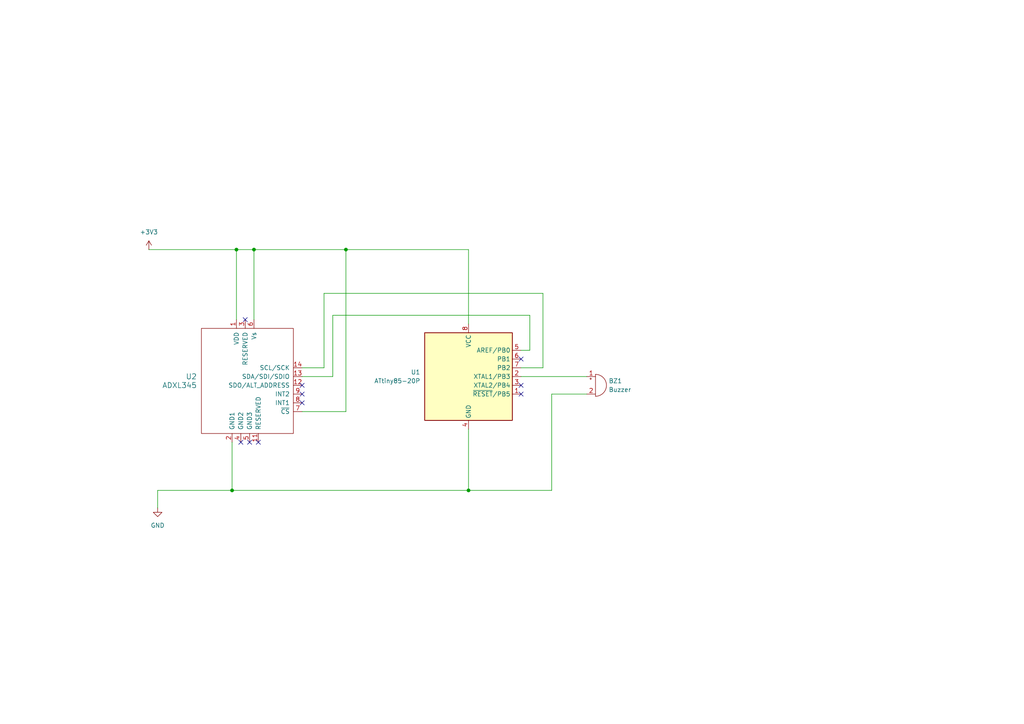
<source format=kicad_sch>
(kicad_sch
	(version 20231120)
	(generator "eeschema")
	(generator_version "8.0")
	(uuid "84a114ec-7b09-408d-a40d-b6e806fc3bb2")
	(paper "A4")
	(lib_symbols
		(symbol "Device:Buzzer"
			(pin_names
				(offset 0.0254) hide)
			(exclude_from_sim no)
			(in_bom yes)
			(on_board yes)
			(property "Reference" "BZ"
				(at 3.81 1.27 0)
				(effects
					(font
						(size 1.27 1.27)
					)
					(justify left)
				)
			)
			(property "Value" "Buzzer"
				(at 3.81 -1.27 0)
				(effects
					(font
						(size 1.27 1.27)
					)
					(justify left)
				)
			)
			(property "Footprint" ""
				(at -0.635 2.54 90)
				(effects
					(font
						(size 1.27 1.27)
					)
					(hide yes)
				)
			)
			(property "Datasheet" "~"
				(at -0.635 2.54 90)
				(effects
					(font
						(size 1.27 1.27)
					)
					(hide yes)
				)
			)
			(property "Description" "Buzzer, polarized"
				(at 0 0 0)
				(effects
					(font
						(size 1.27 1.27)
					)
					(hide yes)
				)
			)
			(property "ki_keywords" "quartz resonator ceramic"
				(at 0 0 0)
				(effects
					(font
						(size 1.27 1.27)
					)
					(hide yes)
				)
			)
			(property "ki_fp_filters" "*Buzzer*"
				(at 0 0 0)
				(effects
					(font
						(size 1.27 1.27)
					)
					(hide yes)
				)
			)
			(symbol "Buzzer_0_1"
				(arc
					(start 0 -3.175)
					(mid 3.1612 0)
					(end 0 3.175)
					(stroke
						(width 0)
						(type default)
					)
					(fill
						(type none)
					)
				)
				(polyline
					(pts
						(xy -1.651 1.905) (xy -1.143 1.905)
					)
					(stroke
						(width 0)
						(type default)
					)
					(fill
						(type none)
					)
				)
				(polyline
					(pts
						(xy -1.397 2.159) (xy -1.397 1.651)
					)
					(stroke
						(width 0)
						(type default)
					)
					(fill
						(type none)
					)
				)
				(polyline
					(pts
						(xy 0 3.175) (xy 0 -3.175)
					)
					(stroke
						(width 0)
						(type default)
					)
					(fill
						(type none)
					)
				)
			)
			(symbol "Buzzer_1_1"
				(pin passive line
					(at -2.54 2.54 0)
					(length 2.54)
					(name "+"
						(effects
							(font
								(size 1.27 1.27)
							)
						)
					)
					(number "1"
						(effects
							(font
								(size 1.27 1.27)
							)
						)
					)
				)
				(pin passive line
					(at -2.54 -2.54 0)
					(length 2.54)
					(name "-"
						(effects
							(font
								(size 1.27 1.27)
							)
						)
					)
					(number "2"
						(effects
							(font
								(size 1.27 1.27)
							)
						)
					)
				)
			)
		)
		(symbol "MCU_Microchip_ATtiny:ATtiny85-20P"
			(exclude_from_sim no)
			(in_bom yes)
			(on_board yes)
			(property "Reference" "U"
				(at -12.7 13.97 0)
				(effects
					(font
						(size 1.27 1.27)
					)
					(justify left bottom)
				)
			)
			(property "Value" "ATtiny85-20P"
				(at 2.54 -13.97 0)
				(effects
					(font
						(size 1.27 1.27)
					)
					(justify left top)
				)
			)
			(property "Footprint" "Package_DIP:DIP-8_W7.62mm"
				(at 0 0 0)
				(effects
					(font
						(size 1.27 1.27)
						(italic yes)
					)
					(hide yes)
				)
			)
			(property "Datasheet" "http://ww1.microchip.com/downloads/en/DeviceDoc/atmel-2586-avr-8-bit-microcontroller-attiny25-attiny45-attiny85_datasheet.pdf"
				(at 0 0 0)
				(effects
					(font
						(size 1.27 1.27)
					)
					(hide yes)
				)
			)
			(property "Description" "20MHz, 8kB Flash, 512B SRAM, 512B EEPROM, debugWIRE, DIP-8"
				(at 0 0 0)
				(effects
					(font
						(size 1.27 1.27)
					)
					(hide yes)
				)
			)
			(property "ki_keywords" "AVR 8bit Microcontroller tinyAVR"
				(at 0 0 0)
				(effects
					(font
						(size 1.27 1.27)
					)
					(hide yes)
				)
			)
			(property "ki_fp_filters" "DIP*W7.62mm*"
				(at 0 0 0)
				(effects
					(font
						(size 1.27 1.27)
					)
					(hide yes)
				)
			)
			(symbol "ATtiny85-20P_0_1"
				(rectangle
					(start -12.7 -12.7)
					(end 12.7 12.7)
					(stroke
						(width 0.254)
						(type default)
					)
					(fill
						(type background)
					)
				)
			)
			(symbol "ATtiny85-20P_1_1"
				(pin bidirectional line
					(at 15.24 -5.08 180)
					(length 2.54)
					(name "~{RESET}/PB5"
						(effects
							(font
								(size 1.27 1.27)
							)
						)
					)
					(number "1"
						(effects
							(font
								(size 1.27 1.27)
							)
						)
					)
				)
				(pin bidirectional line
					(at 15.24 0 180)
					(length 2.54)
					(name "XTAL1/PB3"
						(effects
							(font
								(size 1.27 1.27)
							)
						)
					)
					(number "2"
						(effects
							(font
								(size 1.27 1.27)
							)
						)
					)
				)
				(pin bidirectional line
					(at 15.24 -2.54 180)
					(length 2.54)
					(name "XTAL2/PB4"
						(effects
							(font
								(size 1.27 1.27)
							)
						)
					)
					(number "3"
						(effects
							(font
								(size 1.27 1.27)
							)
						)
					)
				)
				(pin power_in line
					(at 0 -15.24 90)
					(length 2.54)
					(name "GND"
						(effects
							(font
								(size 1.27 1.27)
							)
						)
					)
					(number "4"
						(effects
							(font
								(size 1.27 1.27)
							)
						)
					)
				)
				(pin bidirectional line
					(at 15.24 7.62 180)
					(length 2.54)
					(name "AREF/PB0"
						(effects
							(font
								(size 1.27 1.27)
							)
						)
					)
					(number "5"
						(effects
							(font
								(size 1.27 1.27)
							)
						)
					)
				)
				(pin bidirectional line
					(at 15.24 5.08 180)
					(length 2.54)
					(name "PB1"
						(effects
							(font
								(size 1.27 1.27)
							)
						)
					)
					(number "6"
						(effects
							(font
								(size 1.27 1.27)
							)
						)
					)
				)
				(pin bidirectional line
					(at 15.24 2.54 180)
					(length 2.54)
					(name "PB2"
						(effects
							(font
								(size 1.27 1.27)
							)
						)
					)
					(number "7"
						(effects
							(font
								(size 1.27 1.27)
							)
						)
					)
				)
				(pin power_in line
					(at 0 15.24 270)
					(length 2.54)
					(name "VCC"
						(effects
							(font
								(size 1.27 1.27)
							)
						)
					)
					(number "8"
						(effects
							(font
								(size 1.27 1.27)
							)
						)
					)
				)
			)
		)
		(symbol "Sensors:ADXL345"
			(pin_names
				(offset 1.016)
			)
			(exclude_from_sim no)
			(in_bom yes)
			(on_board yes)
			(property "Reference" "U"
				(at 10.16 19.05 0)
				(effects
					(font
						(size 1.524 1.524)
					)
				)
			)
			(property "Value" "ADXL345"
				(at -11.43 -13.97 0)
				(effects
					(font
						(size 1.524 1.524)
					)
				)
			)
			(property "Footprint" ""
				(at 0 0 0)
				(effects
					(font
						(size 1.524 1.524)
					)
				)
			)
			(property "Datasheet" ""
				(at 0 0 0)
				(effects
					(font
						(size 1.524 1.524)
					)
				)
			)
			(property "Description" ""
				(at 0 0 0)
				(effects
					(font
						(size 1.27 1.27)
					)
					(hide yes)
				)
			)
			(symbol "ADXL345_0_1"
				(rectangle
					(start -12.7 17.78)
					(end 13.97 -12.7)
					(stroke
						(width 0)
						(type solid)
					)
					(fill
						(type none)
					)
				)
			)
			(symbol "ADXL345_1_1"
				(pin input line
					(at -2.54 20.32 270)
					(length 2.54)
					(name "VDD"
						(effects
							(font
								(size 1.27 1.27)
							)
						)
					)
					(number "1"
						(effects
							(font
								(size 1.27 1.27)
							)
						)
					)
				)
				(pin input line
					(at 3.81 -15.24 90)
					(length 2.54)
					(name "RESERVED"
						(effects
							(font
								(size 1.27 1.27)
							)
						)
					)
					(number "11"
						(effects
							(font
								(size 1.27 1.27)
							)
						)
					)
				)
				(pin input line
					(at 16.51 1.27 180)
					(length 2.54)
					(name "SDO/ALT_ADDRESS"
						(effects
							(font
								(size 1.27 1.27)
							)
						)
					)
					(number "12"
						(effects
							(font
								(size 1.27 1.27)
							)
						)
					)
				)
				(pin input line
					(at 16.51 3.81 180)
					(length 2.54)
					(name "SDA/SDI/SDIO"
						(effects
							(font
								(size 1.27 1.27)
							)
						)
					)
					(number "13"
						(effects
							(font
								(size 1.27 1.27)
							)
						)
					)
				)
				(pin input line
					(at 16.51 6.35 180)
					(length 2.54)
					(name "SCL/SCK"
						(effects
							(font
								(size 1.27 1.27)
							)
						)
					)
					(number "14"
						(effects
							(font
								(size 1.27 1.27)
							)
						)
					)
				)
				(pin input line
					(at -3.81 -15.24 90)
					(length 2.54)
					(name "GND1"
						(effects
							(font
								(size 1.27 1.27)
							)
						)
					)
					(number "2"
						(effects
							(font
								(size 1.27 1.27)
							)
						)
					)
				)
				(pin input line
					(at 0 20.32 270)
					(length 2.54)
					(name "RESERVED"
						(effects
							(font
								(size 1.27 1.27)
							)
						)
					)
					(number "3"
						(effects
							(font
								(size 1.27 1.27)
							)
						)
					)
				)
				(pin input line
					(at -1.27 -15.24 90)
					(length 2.54)
					(name "GND2"
						(effects
							(font
								(size 1.27 1.27)
							)
						)
					)
					(number "4"
						(effects
							(font
								(size 1.27 1.27)
							)
						)
					)
				)
				(pin input line
					(at 1.27 -15.24 90)
					(length 2.54)
					(name "GND3"
						(effects
							(font
								(size 1.27 1.27)
							)
						)
					)
					(number "5"
						(effects
							(font
								(size 1.27 1.27)
							)
						)
					)
				)
				(pin input line
					(at 2.54 20.32 270)
					(length 2.54)
					(name "Vs"
						(effects
							(font
								(size 1.27 1.27)
							)
						)
					)
					(number "6"
						(effects
							(font
								(size 1.27 1.27)
							)
						)
					)
				)
				(pin input line
					(at 16.51 -6.35 180)
					(length 2.54)
					(name "~{CS}"
						(effects
							(font
								(size 1.27 1.27)
							)
						)
					)
					(number "7"
						(effects
							(font
								(size 1.27 1.27)
							)
						)
					)
				)
				(pin input line
					(at 16.51 -3.81 180)
					(length 2.54)
					(name "INT1"
						(effects
							(font
								(size 1.27 1.27)
							)
						)
					)
					(number "8"
						(effects
							(font
								(size 1.27 1.27)
							)
						)
					)
				)
				(pin input line
					(at 16.51 -1.27 180)
					(length 2.54)
					(name "INT2"
						(effects
							(font
								(size 1.27 1.27)
							)
						)
					)
					(number "9"
						(effects
							(font
								(size 1.27 1.27)
							)
						)
					)
				)
			)
		)
		(symbol "power:+3V3"
			(power)
			(pin_numbers hide)
			(pin_names
				(offset 0) hide)
			(exclude_from_sim no)
			(in_bom yes)
			(on_board yes)
			(property "Reference" "#PWR"
				(at 0 -3.81 0)
				(effects
					(font
						(size 1.27 1.27)
					)
					(hide yes)
				)
			)
			(property "Value" "+3V3"
				(at 0 3.556 0)
				(effects
					(font
						(size 1.27 1.27)
					)
				)
			)
			(property "Footprint" ""
				(at 0 0 0)
				(effects
					(font
						(size 1.27 1.27)
					)
					(hide yes)
				)
			)
			(property "Datasheet" ""
				(at 0 0 0)
				(effects
					(font
						(size 1.27 1.27)
					)
					(hide yes)
				)
			)
			(property "Description" "Power symbol creates a global label with name \"+3V3\""
				(at 0 0 0)
				(effects
					(font
						(size 1.27 1.27)
					)
					(hide yes)
				)
			)
			(property "ki_keywords" "global power"
				(at 0 0 0)
				(effects
					(font
						(size 1.27 1.27)
					)
					(hide yes)
				)
			)
			(symbol "+3V3_0_1"
				(polyline
					(pts
						(xy -0.762 1.27) (xy 0 2.54)
					)
					(stroke
						(width 0)
						(type default)
					)
					(fill
						(type none)
					)
				)
				(polyline
					(pts
						(xy 0 0) (xy 0 2.54)
					)
					(stroke
						(width 0)
						(type default)
					)
					(fill
						(type none)
					)
				)
				(polyline
					(pts
						(xy 0 2.54) (xy 0.762 1.27)
					)
					(stroke
						(width 0)
						(type default)
					)
					(fill
						(type none)
					)
				)
			)
			(symbol "+3V3_1_1"
				(pin power_in line
					(at 0 0 90)
					(length 0)
					(name "~"
						(effects
							(font
								(size 1.27 1.27)
							)
						)
					)
					(number "1"
						(effects
							(font
								(size 1.27 1.27)
							)
						)
					)
				)
			)
		)
		(symbol "power:GND"
			(power)
			(pin_numbers hide)
			(pin_names
				(offset 0) hide)
			(exclude_from_sim no)
			(in_bom yes)
			(on_board yes)
			(property "Reference" "#PWR"
				(at 0 -6.35 0)
				(effects
					(font
						(size 1.27 1.27)
					)
					(hide yes)
				)
			)
			(property "Value" "GND"
				(at 0 -3.81 0)
				(effects
					(font
						(size 1.27 1.27)
					)
				)
			)
			(property "Footprint" ""
				(at 0 0 0)
				(effects
					(font
						(size 1.27 1.27)
					)
					(hide yes)
				)
			)
			(property "Datasheet" ""
				(at 0 0 0)
				(effects
					(font
						(size 1.27 1.27)
					)
					(hide yes)
				)
			)
			(property "Description" "Power symbol creates a global label with name \"GND\" , ground"
				(at 0 0 0)
				(effects
					(font
						(size 1.27 1.27)
					)
					(hide yes)
				)
			)
			(property "ki_keywords" "global power"
				(at 0 0 0)
				(effects
					(font
						(size 1.27 1.27)
					)
					(hide yes)
				)
			)
			(symbol "GND_0_1"
				(polyline
					(pts
						(xy 0 0) (xy 0 -1.27) (xy 1.27 -1.27) (xy 0 -2.54) (xy -1.27 -1.27) (xy 0 -1.27)
					)
					(stroke
						(width 0)
						(type default)
					)
					(fill
						(type none)
					)
				)
			)
			(symbol "GND_1_1"
				(pin power_in line
					(at 0 0 270)
					(length 0)
					(name "~"
						(effects
							(font
								(size 1.27 1.27)
							)
						)
					)
					(number "1"
						(effects
							(font
								(size 1.27 1.27)
							)
						)
					)
				)
			)
		)
	)
	(junction
		(at 100.33 72.39)
		(diameter 0)
		(color 0 0 0 0)
		(uuid "2c0f26b4-2534-4a80-858a-49e5afd6ef1a")
	)
	(junction
		(at 67.31 142.24)
		(diameter 0)
		(color 0 0 0 0)
		(uuid "34e25417-91cd-4494-9ffb-ff860f0cffae")
	)
	(junction
		(at 68.58 72.39)
		(diameter 0)
		(color 0 0 0 0)
		(uuid "4fbece30-b7bf-4c00-afb2-a57a7ce12e9b")
	)
	(junction
		(at 135.89 142.24)
		(diameter 0)
		(color 0 0 0 0)
		(uuid "6fcd66be-e797-4bff-9098-43ab65129e45")
	)
	(junction
		(at 73.66 72.39)
		(diameter 0)
		(color 0 0 0 0)
		(uuid "f6af391e-bba9-4ab8-ad3f-7b7915302ecd")
	)
	(no_connect
		(at 87.63 111.76)
		(uuid "0cdae7cf-a414-40d2-90d6-3d055a778df8")
	)
	(no_connect
		(at 74.93 128.27)
		(uuid "26f64065-5b1c-4dc4-ba83-85f618063d0f")
	)
	(no_connect
		(at 87.63 116.84)
		(uuid "398a3020-ca04-45b2-b163-62a64e6fed95")
	)
	(no_connect
		(at 151.13 111.76)
		(uuid "5e9c1207-8f7d-490f-ac2e-04c692fca5ef")
	)
	(no_connect
		(at 72.39 128.27)
		(uuid "753bfb65-edb6-4552-8480-4a892ae9c13e")
	)
	(no_connect
		(at 87.63 114.3)
		(uuid "8e7e9b77-9bf2-4b2c-ba92-2050e078f3fb")
	)
	(no_connect
		(at 71.12 92.71)
		(uuid "ae56539b-64b4-48ab-998d-bd76d88501f8")
	)
	(no_connect
		(at 69.85 128.27)
		(uuid "c0e33fd6-ee85-4c4f-81e2-fe6cdb9384c8")
	)
	(no_connect
		(at 151.13 104.14)
		(uuid "c210484a-0750-4adb-994a-a40c4ae17d68")
	)
	(no_connect
		(at 151.13 114.3)
		(uuid "d7168cf1-06dc-47b7-936e-c77f12f3981e")
	)
	(wire
		(pts
			(xy 93.98 106.68) (xy 87.63 106.68)
		)
		(stroke
			(width 0)
			(type default)
		)
		(uuid "02e617ce-850e-40d9-99f7-3a46944083d5")
	)
	(wire
		(pts
			(xy 135.89 142.24) (xy 135.89 124.46)
		)
		(stroke
			(width 0)
			(type default)
		)
		(uuid "0cee3a29-5f91-4a36-8bdb-c136f2d20d4a")
	)
	(wire
		(pts
			(xy 96.52 91.44) (xy 96.52 109.22)
		)
		(stroke
			(width 0)
			(type default)
		)
		(uuid "1e67d548-81b9-4d97-8edd-3df6157e1ac4")
	)
	(wire
		(pts
			(xy 135.89 142.24) (xy 160.02 142.24)
		)
		(stroke
			(width 0)
			(type default)
		)
		(uuid "22c9e764-db1e-44ee-a6ca-241b6e317f68")
	)
	(wire
		(pts
			(xy 160.02 114.3) (xy 160.02 142.24)
		)
		(stroke
			(width 0)
			(type default)
		)
		(uuid "25437b47-5d49-4f4c-9084-fdd51f05c2f6")
	)
	(wire
		(pts
			(xy 157.48 106.68) (xy 157.48 85.09)
		)
		(stroke
			(width 0)
			(type default)
		)
		(uuid "2821ae72-e443-4be0-baf2-6ca6d498e964")
	)
	(wire
		(pts
			(xy 153.67 101.6) (xy 153.67 91.44)
		)
		(stroke
			(width 0)
			(type default)
		)
		(uuid "30d2d56b-9184-4b56-b470-d639ade61ca4")
	)
	(wire
		(pts
			(xy 73.66 72.39) (xy 73.66 92.71)
		)
		(stroke
			(width 0)
			(type default)
		)
		(uuid "3a5106c1-93c0-45f1-b3da-f0adb8cfee6f")
	)
	(wire
		(pts
			(xy 68.58 72.39) (xy 73.66 72.39)
		)
		(stroke
			(width 0)
			(type default)
		)
		(uuid "3cda3286-ff81-4ba8-88b9-18983299b683")
	)
	(wire
		(pts
			(xy 151.13 101.6) (xy 153.67 101.6)
		)
		(stroke
			(width 0)
			(type default)
		)
		(uuid "3e30a28b-4a1a-4b5c-9635-d6bc58a39c89")
	)
	(wire
		(pts
			(xy 100.33 72.39) (xy 135.89 72.39)
		)
		(stroke
			(width 0)
			(type default)
		)
		(uuid "47c443fa-eaa2-45a7-85b1-cea17412ca3e")
	)
	(wire
		(pts
			(xy 73.66 72.39) (xy 100.33 72.39)
		)
		(stroke
			(width 0)
			(type default)
		)
		(uuid "4a46db33-42b6-46df-9968-354ca7b5495c")
	)
	(wire
		(pts
			(xy 153.67 91.44) (xy 96.52 91.44)
		)
		(stroke
			(width 0)
			(type default)
		)
		(uuid "575ed525-991d-4368-919d-40129f7d0048")
	)
	(wire
		(pts
			(xy 67.31 128.27) (xy 67.31 142.24)
		)
		(stroke
			(width 0)
			(type default)
		)
		(uuid "588643d2-f795-423b-b132-a608e19c119e")
	)
	(wire
		(pts
			(xy 135.89 72.39) (xy 135.89 93.98)
		)
		(stroke
			(width 0)
			(type default)
		)
		(uuid "62a7bee0-3fa3-4630-bfe2-0a588cb69a73")
	)
	(wire
		(pts
			(xy 100.33 119.38) (xy 87.63 119.38)
		)
		(stroke
			(width 0)
			(type default)
		)
		(uuid "690d6c2f-17bf-40ac-aeed-a623c3e4e673")
	)
	(wire
		(pts
			(xy 157.48 85.09) (xy 93.98 85.09)
		)
		(stroke
			(width 0)
			(type default)
		)
		(uuid "80058c26-43d2-4b87-95fb-454b53befa3e")
	)
	(wire
		(pts
			(xy 100.33 72.39) (xy 100.33 119.38)
		)
		(stroke
			(width 0)
			(type default)
		)
		(uuid "85203f86-b5df-4187-8b79-cb04d2afb88a")
	)
	(wire
		(pts
			(xy 151.13 109.22) (xy 170.18 109.22)
		)
		(stroke
			(width 0)
			(type default)
		)
		(uuid "8630a659-344f-4af5-9c15-64326a194be4")
	)
	(wire
		(pts
			(xy 45.72 142.24) (xy 45.72 147.32)
		)
		(stroke
			(width 0)
			(type default)
		)
		(uuid "9d2f4ff4-3273-4a21-beed-9d4a9afebf08")
	)
	(wire
		(pts
			(xy 68.58 92.71) (xy 68.58 72.39)
		)
		(stroke
			(width 0)
			(type default)
		)
		(uuid "a2b3da44-7fde-473b-99d5-1c7f54960485")
	)
	(wire
		(pts
			(xy 45.72 142.24) (xy 67.31 142.24)
		)
		(stroke
			(width 0)
			(type default)
		)
		(uuid "a6c1afbf-3cc2-46e2-b1c2-b475427a4294")
	)
	(wire
		(pts
			(xy 93.98 85.09) (xy 93.98 106.68)
		)
		(stroke
			(width 0)
			(type default)
		)
		(uuid "af26f726-cb0f-4da6-9eb0-898155074528")
	)
	(wire
		(pts
			(xy 43.18 72.39) (xy 68.58 72.39)
		)
		(stroke
			(width 0)
			(type default)
		)
		(uuid "d02f2477-e0cd-4b6f-8b39-d5cc6799f3bf")
	)
	(wire
		(pts
			(xy 96.52 109.22) (xy 87.63 109.22)
		)
		(stroke
			(width 0)
			(type default)
		)
		(uuid "d2667420-a4ca-45cc-8960-967a35ba0491")
	)
	(wire
		(pts
			(xy 67.31 142.24) (xy 135.89 142.24)
		)
		(stroke
			(width 0)
			(type default)
		)
		(uuid "d2d9bdcb-2dac-4109-b035-651f876f1ed4")
	)
	(wire
		(pts
			(xy 170.18 114.3) (xy 160.02 114.3)
		)
		(stroke
			(width 0)
			(type default)
		)
		(uuid "d5b5eb5e-f71c-4477-8803-40acd5725412")
	)
	(wire
		(pts
			(xy 151.13 106.68) (xy 157.48 106.68)
		)
		(stroke
			(width 0)
			(type default)
		)
		(uuid "e161345c-5e47-41e9-b742-ea4155173ede")
	)
	(symbol
		(lib_id "power:+3V3")
		(at 43.18 72.39 0)
		(unit 1)
		(exclude_from_sim no)
		(in_bom yes)
		(on_board yes)
		(dnp no)
		(uuid "251d2514-3ca2-43fd-9a1d-bfea692ee9a3")
		(property "Reference" "#PWR01"
			(at 43.18 76.2 0)
			(effects
				(font
					(size 1.27 1.27)
				)
				(hide yes)
			)
		)
		(property "Value" "+3V3"
			(at 43.18 67.31 0)
			(effects
				(font
					(size 1.27 1.27)
				)
			)
		)
		(property "Footprint" ""
			(at 43.18 72.39 0)
			(effects
				(font
					(size 1.27 1.27)
				)
				(hide yes)
			)
		)
		(property "Datasheet" ""
			(at 43.18 72.39 0)
			(effects
				(font
					(size 1.27 1.27)
				)
				(hide yes)
			)
		)
		(property "Description" "Power symbol creates a global label with name \"+3V3\""
			(at 43.18 72.39 0)
			(effects
				(font
					(size 1.27 1.27)
				)
				(hide yes)
			)
		)
		(pin "1"
			(uuid "f37f5295-2ade-485b-85f3-0a280bd7fddc")
		)
		(instances
			(project ""
				(path "/84a114ec-7b09-408d-a40d-b6e806fc3bb2"
					(reference "#PWR01")
					(unit 1)
				)
			)
		)
	)
	(symbol
		(lib_id "Sensors:ADXL345")
		(at 71.12 113.03 0)
		(unit 1)
		(exclude_from_sim no)
		(in_bom yes)
		(on_board yes)
		(dnp no)
		(fields_autoplaced yes)
		(uuid "653beb75-b342-4367-9788-cbe25b85d535")
		(property "Reference" "U2"
			(at 57.15 109.2199 0)
			(effects
				(font
					(size 1.524 1.524)
				)
				(justify right)
			)
		)
		(property "Value" "ADXL345"
			(at 57.15 111.7599 0)
			(effects
				(font
					(size 1.524 1.524)
				)
				(justify right)
			)
		)
		(property "Footprint" ""
			(at 71.12 113.03 0)
			(effects
				(font
					(size 1.524 1.524)
				)
			)
		)
		(property "Datasheet" ""
			(at 71.12 113.03 0)
			(effects
				(font
					(size 1.524 1.524)
				)
			)
		)
		(property "Description" ""
			(at 71.12 113.03 0)
			(effects
				(font
					(size 1.27 1.27)
				)
				(hide yes)
			)
		)
		(pin "13"
			(uuid "4bb9dcca-69eb-4f6a-b790-16820f561522")
		)
		(pin "3"
			(uuid "578b42b3-8ed2-4a73-94d1-927f0b71569d")
		)
		(pin "4"
			(uuid "cac367c3-5bce-41e0-a769-222e6cf6379e")
		)
		(pin "11"
			(uuid "0684b64a-826f-42b7-bcb2-aece66240be5")
		)
		(pin "8"
			(uuid "b69a2284-bbc4-425b-b286-8758f24f183e")
		)
		(pin "1"
			(uuid "09775b9b-5979-42e6-aa97-1eca80c73169")
		)
		(pin "9"
			(uuid "6edad85d-fe3e-4eaf-b2cd-9df58006a710")
		)
		(pin "12"
			(uuid "73136c7a-7306-4c15-9072-bc194f3ba70e")
		)
		(pin "14"
			(uuid "09c4b50c-92a8-4b01-9394-985d9518875d")
		)
		(pin "5"
			(uuid "1f560d78-ee22-4978-8173-e99fd732bf35")
		)
		(pin "2"
			(uuid "43e58a6a-0f71-43e7-99ab-a6bc508cc653")
		)
		(pin "6"
			(uuid "f2ffa1b9-1f28-4bcb-8fb0-3b5bd0fbd6e4")
		)
		(pin "7"
			(uuid "63f5aad0-be56-4445-9271-5e5333bb7629")
		)
		(instances
			(project ""
				(path "/84a114ec-7b09-408d-a40d-b6e806fc3bb2"
					(reference "U2")
					(unit 1)
				)
			)
		)
	)
	(symbol
		(lib_id "MCU_Microchip_ATtiny:ATtiny85-20P")
		(at 135.89 109.22 0)
		(unit 1)
		(exclude_from_sim no)
		(in_bom yes)
		(on_board yes)
		(dnp no)
		(fields_autoplaced yes)
		(uuid "9824e5fc-18d3-4ae9-86ef-51584bfb9380")
		(property "Reference" "U1"
			(at 121.92 107.9499 0)
			(effects
				(font
					(size 1.27 1.27)
				)
				(justify right)
			)
		)
		(property "Value" "ATtiny85-20P"
			(at 121.92 110.4899 0)
			(effects
				(font
					(size 1.27 1.27)
				)
				(justify right)
			)
		)
		(property "Footprint" "Package_DIP:DIP-8_W7.62mm"
			(at 135.89 109.22 0)
			(effects
				(font
					(size 1.27 1.27)
					(italic yes)
				)
				(hide yes)
			)
		)
		(property "Datasheet" "http://ww1.microchip.com/downloads/en/DeviceDoc/atmel-2586-avr-8-bit-microcontroller-attiny25-attiny45-attiny85_datasheet.pdf"
			(at 135.89 109.22 0)
			(effects
				(font
					(size 1.27 1.27)
				)
				(hide yes)
			)
		)
		(property "Description" "20MHz, 8kB Flash, 512B SRAM, 512B EEPROM, debugWIRE, DIP-8"
			(at 135.89 109.22 0)
			(effects
				(font
					(size 1.27 1.27)
				)
				(hide yes)
			)
		)
		(pin "8"
			(uuid "008551fc-ea56-42b6-8fa9-9ad90d213c8d")
		)
		(pin "2"
			(uuid "28afecee-229c-4d3a-b084-38fef268d35a")
		)
		(pin "4"
			(uuid "9a900c1e-47d2-4bce-a614-b0ab4dbf40f9")
		)
		(pin "7"
			(uuid "c8742794-0e98-4888-9e13-27e0c1a138ab")
		)
		(pin "1"
			(uuid "ce4fab84-b243-4b9b-8571-5e29869f64e1")
		)
		(pin "3"
			(uuid "f2e0eb22-d5ee-40c1-8516-f616893bbf43")
		)
		(pin "5"
			(uuid "063a7842-0afd-4757-855c-4eacfe6eb4ab")
		)
		(pin "6"
			(uuid "1267430e-a960-4cc0-a0f4-ef95b2da9af3")
		)
		(instances
			(project ""
				(path "/84a114ec-7b09-408d-a40d-b6e806fc3bb2"
					(reference "U1")
					(unit 1)
				)
			)
		)
	)
	(symbol
		(lib_id "power:GND")
		(at 45.72 147.32 0)
		(unit 1)
		(exclude_from_sim no)
		(in_bom yes)
		(on_board yes)
		(dnp no)
		(uuid "aa68ca6f-8159-4b2a-b0f3-defd101bd042")
		(property "Reference" "#PWR02"
			(at 45.72 153.67 0)
			(effects
				(font
					(size 1.27 1.27)
				)
				(hide yes)
			)
		)
		(property "Value" "GND"
			(at 45.72 152.4 0)
			(effects
				(font
					(size 1.27 1.27)
				)
			)
		)
		(property "Footprint" ""
			(at 45.72 147.32 0)
			(effects
				(font
					(size 1.27 1.27)
				)
				(hide yes)
			)
		)
		(property "Datasheet" ""
			(at 45.72 147.32 0)
			(effects
				(font
					(size 1.27 1.27)
				)
				(hide yes)
			)
		)
		(property "Description" "Power symbol creates a global label with name \"GND\" , ground"
			(at 45.72 147.32 0)
			(effects
				(font
					(size 1.27 1.27)
				)
				(hide yes)
			)
		)
		(pin "1"
			(uuid "1466b0fc-580f-4c44-adaa-e3be4d7be3fa")
		)
		(instances
			(project ""
				(path "/84a114ec-7b09-408d-a40d-b6e806fc3bb2"
					(reference "#PWR02")
					(unit 1)
				)
			)
		)
	)
	(symbol
		(lib_id "Device:Buzzer")
		(at 172.72 111.76 0)
		(unit 1)
		(exclude_from_sim no)
		(in_bom yes)
		(on_board yes)
		(dnp no)
		(fields_autoplaced yes)
		(uuid "c7863a2f-342c-4426-b471-3df6d4264bae")
		(property "Reference" "BZ1"
			(at 176.53 110.4899 0)
			(effects
				(font
					(size 1.27 1.27)
				)
				(justify left)
			)
		)
		(property "Value" "Buzzer"
			(at 176.53 113.0299 0)
			(effects
				(font
					(size 1.27 1.27)
				)
				(justify left)
			)
		)
		(property "Footprint" ""
			(at 172.085 109.22 90)
			(effects
				(font
					(size 1.27 1.27)
				)
				(hide yes)
			)
		)
		(property "Datasheet" "~"
			(at 172.085 109.22 90)
			(effects
				(font
					(size 1.27 1.27)
				)
				(hide yes)
			)
		)
		(property "Description" "Buzzer, polarized"
			(at 172.72 111.76 0)
			(effects
				(font
					(size 1.27 1.27)
				)
				(hide yes)
			)
		)
		(pin "2"
			(uuid "f8dd1520-f02d-4cf3-a2a0-1c875f23ac20")
		)
		(pin "1"
			(uuid "c7662a34-6053-4d32-a50d-04b303b421b9")
		)
		(instances
			(project ""
				(path "/84a114ec-7b09-408d-a40d-b6e806fc3bb2"
					(reference "BZ1")
					(unit 1)
				)
			)
		)
	)
	(sheet_instances
		(path "/"
			(page "1")
		)
	)
)

</source>
